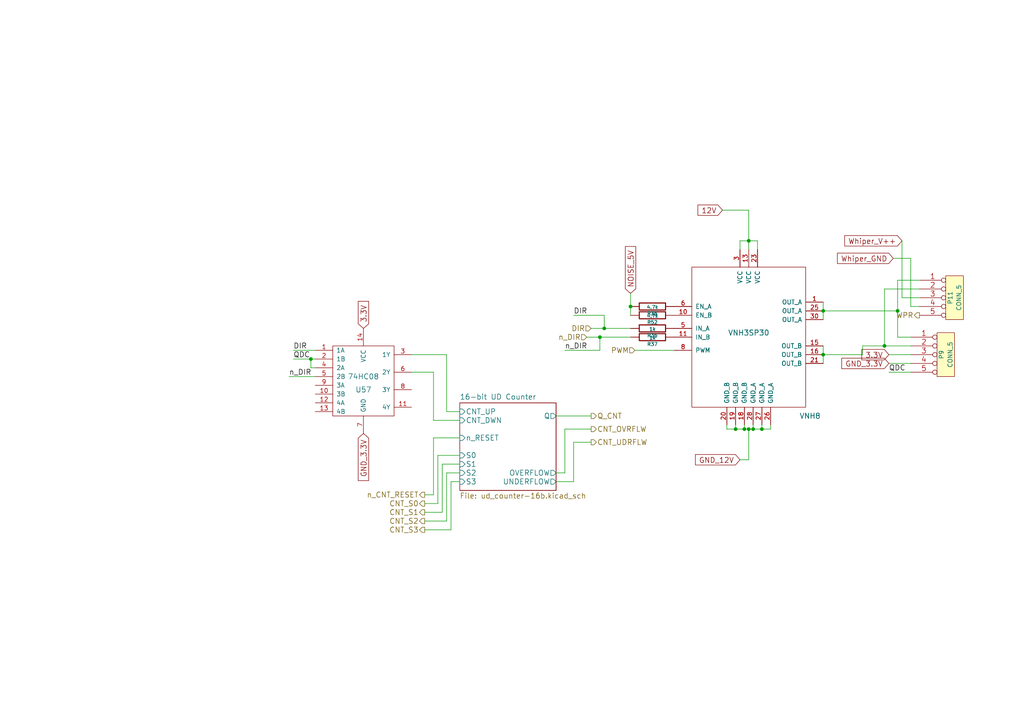
<source format=kicad_sch>
(kicad_sch (version 20230121) (generator eeschema)
  (paper "A4")
  (title_block (date "30 jan 2016"))
  (lib_symbols
    (symbol "arm_board-rescue:74HC08" (pin_names (offset 1.016))
      (property "Reference" "U" (at 0 -3.81 0))
      (property "Value" "74HC08" (at 0 0 0))
      (symbol "74HC08_0_1"
        (rectangle (start -8.89 8.89) (end 8.89 -11.43))
      )
      (symbol "74HC08_1_1"
        (pin input line (at -13.97 7.62 0) (length 5.08) (name "1A") (number "1"))
        (pin input line (at -13.97 -5.08 0) (length 5.08) (name "3B") (number "10"))
        (pin input line (at 13.97 -8.89 180) (length 5.08) (name "4Y") (number "11"))
        (pin input line (at -13.97 -7.62 0) (length 5.08) (name "4A") (number "12"))
        (pin input line (at -13.97 -10.16 0) (length 5.08) (name "4B") (number "13"))
        (pin input line (at 0 13.97 270) (length 5.08) (name "VCC") (number "14"))
        (pin input line (at -13.97 5.08 0) (length 5.08) (name "1B") (number "2"))
        (pin input line (at 13.97 6.35 180) (length 5.08) (name "1Y") (number "3"))
        (pin input line (at -13.97 2.54 0) (length 5.08) (name "2A") (number "4"))
        (pin input line (at -13.97 0 0) (length 5.08) (name "2B") (number "5"))
        (pin input line (at 13.97 1.27 180) (length 5.08) (name "2Y") (number "6"))
        (pin input line (at 0 -16.51 90) (length 5.08) (name "GND") (number "7"))
        (pin input line (at 13.97 -3.81 180) (length 5.08) (name "3Y") (number "8"))
        (pin input line (at -13.97 -2.54 0) (length 5.08) (name "3A") (number "9"))
      )
    )
    (symbol "arm_board-rescue:CONN_5" (pin_names (offset 1.016))
      (property "Reference" "P" (at -1.27 0 90))
      (property "Value" "CONN_5" (at 1.27 0 90))
      (symbol "CONN_5_0_1"
        (rectangle (start -2.54 6.35) (end 2.54 -6.35) (fill (type background)))
      )
      (symbol "CONN_5_1_1"
        (pin passive inverted (at -10.16 5.08 0) (length 7.62) (name "~") (number "1"))
        (pin passive inverted (at -10.16 2.54 0) (length 7.62) (name "~") (number "2"))
        (pin passive inverted (at -10.16 0 0) (length 7.62) (name "~") (number "3"))
        (pin passive inverted (at -10.16 -2.54 0) (length 7.62) (name "~") (number "4"))
        (pin passive inverted (at -10.16 -5.08 0) (length 7.62) (name "~") (number "5"))
      )
    )
    (symbol "arm_board-rescue:R" (pin_numbers hide) (pin_names (offset 0))
      (property "Reference" "R" (at 2.032 0 90))
      (property "Value" "R" (at 0.1778 0.0254 90))
      (symbol "R_0_1"
        (rectangle (start -1.016 3.81) (end 1.016 -3.81) (stroke (width 0.3048)))
      )
      (symbol "R_1_1"
        (pin passive line (at 0 6.35 270) (length 2.54) (name "~") (number "1"))
        (pin passive line (at 0 -6.35 90) (length 2.54) (name "~") (number "2"))
      )
    )
    (symbol "arm_board-rescue:VNH3SP30" (pin_names (offset 1.016))
      (property "Reference" "VNH" (at 17.78 -24.13 0))
      (property "Value" "VNH3SP30" (at 0 0 0))
      (symbol "VNH3SP30_0_1"
        (rectangle (start -16.51 19.05) (end 16.51 -21.59))
      )
      (symbol "VNH3SP30_1_1"
        (pin output line (at 21.59 8.89 180) (length 5.08) (name "OUT_A") (number "1"))
        (pin input line (at -21.59 5.08 0) (length 5.08) (name "EN_B") (number "10"))
        (pin input line (at -21.59 -1.27 0) (length 5.08) (name "IN_B") (number "11"))
        (pin input line (at 0 24.13 270) (length 5.08) (name "VCC") (number "13"))
        (pin output line (at 21.59 -3.81 180) (length 5.08) (name "OUT_B") (number "15"))
        (pin output line (at 21.59 -6.35 180) (length 5.08) (name "OUT_B") (number "16"))
        (pin input line (at -1.27 -26.67 90) (length 5.08) (name "GND_B") (number "18"))
        (pin input line (at -3.81 -26.67 90) (length 5.08) (name "GND_B") (number "19"))
        (pin input line (at -6.35 -26.67 90) (length 5.08) (name "GND_B") (number "20"))
        (pin output line (at 21.59 -8.89 180) (length 5.08) (name "OUT_B") (number "21"))
        (pin input line (at 2.54 24.13 270) (length 5.08) (name "VCC") (number "23"))
        (pin output line (at 21.59 6.35 180) (length 5.08) (name "OUT_A") (number "25"))
        (pin input line (at 6.35 -26.67 90) (length 5.08) (name "GND_A") (number "26"))
        (pin input line (at 3.81 -26.67 90) (length 5.08) (name "GND_A") (number "27"))
        (pin input line (at 1.27 -26.67 90) (length 5.08) (name "GND_A") (number "28"))
        (pin input line (at -2.54 24.13 270) (length 5.08) (name "VCC") (number "3"))
        (pin output line (at 21.59 3.81 180) (length 5.08) (name "OUT_A") (number "30"))
        (pin input line (at -21.59 1.27 0) (length 5.08) (name "IN_A") (number "5"))
        (pin input line (at -21.59 7.62 0) (length 5.08) (name "EN_A") (number "6"))
        (pin input line (at -21.59 -5.08 0) (length 5.08) (name "PWM") (number "8"))
      )
    )
  )
  (junction (at 90.17 104.14))
  (junction (at 175.26 95.25))
  (junction (at 260.35 90.17))
  (junction (at 182.88 88.9))
  (junction (at 238.76 102.87))
  (junction (at 213.36 124.46))
  (junction (at 218.44 124.46))
  (junction (at 215.9 124.46))
  (junction (at 173.99 97.79))
  (junction (at 238.76 90.17))
  (junction (at 217.17 69.85))
  (junction (at 256.54 100.33))
  (junction (at 220.98 124.46))
  (junction (at 217.17 124.46))
  (wire (pts (xy 264.16 74.93) (xy 264.16 88.9)))
  (wire (pts (xy 260.35 81.28) (xy 260.35 90.17)))
  (wire (pts (xy 123.19 143.51) (xy 125.73 143.51)))
  (wire (pts (xy 182.88 88.9) (xy 182.88 91.44)))
  (wire (pts (xy 127 132.08) (xy 133.35 132.08)))
  (wire (pts (xy 209.55 60.96) (xy 217.17 60.96)))
  (wire (pts (xy 217.17 69.85) (xy 217.17 72.39)))
  (wire (pts (xy 163.83 101.6) (xy 173.99 101.6)))
  (wire (pts (xy 166.37 91.44) (xy 175.26 91.44)))
  (wire (pts (xy 127 146.05) (xy 127 132.08)))
  (wire (pts (xy 128.27 134.62) (xy 128.27 148.59)))
  (wire (pts (xy 123.19 153.67) (xy 130.81 153.67)))
  (wire (pts (xy 217.17 60.96) (xy 217.17 69.85)))
  (wire (pts (xy 257.81 107.95) (xy 264.16 107.95)))
  (wire (pts (xy 130.81 139.7) (xy 133.35 139.7)))
  (wire (pts (xy 218.44 124.46) (xy 220.98 124.46)))
  (wire (pts (xy 161.29 139.7) (xy 166.37 139.7)))
  (wire (pts (xy 133.35 134.62) (xy 128.27 134.62)))
  (wire (pts (xy 217.17 133.35) (xy 217.17 124.46)))
  (wire (pts (xy 256.54 83.82) (xy 266.7 83.82)))
  (wire (pts (xy 83.82 109.22) (xy 91.44 109.22)))
  (wire (pts (xy 125.73 127) (xy 133.35 127)))
  (wire (pts (xy 128.27 148.59) (xy 123.19 148.59)))
  (wire (pts (xy 133.35 137.16) (xy 129.54 137.16)))
  (wire (pts (xy 123.19 146.05) (xy 127 146.05)))
  (wire (pts (xy 125.73 107.95) (xy 125.73 121.92)))
  (wire (pts (xy 173.99 97.79) (xy 182.88 97.79)))
  (wire (pts (xy 173.99 101.6) (xy 173.99 97.79)))
  (wire (pts (xy 129.54 151.13) (xy 123.19 151.13)))
  (wire (pts (xy 184.15 101.6) (xy 195.58 101.6)))
  (wire (pts (xy 213.36 124.46) (xy 215.9 124.46)))
  (wire (pts (xy 238.76 87.63) (xy 238.76 90.17)))
  (wire (pts (xy 210.82 124.46) (xy 213.36 124.46)))
  (wire (pts (xy 166.37 128.27) (xy 171.45 128.27)))
  (wire (pts (xy 220.98 124.46) (xy 223.52 124.46)))
  (wire (pts (xy 125.73 121.92) (xy 133.35 121.92)))
  (wire (pts (xy 119.38 102.87) (xy 129.54 102.87)))
  (wire (pts (xy 260.35 90.17) (xy 260.35 97.79)))
  (wire (pts (xy 256.54 100.33) (xy 264.16 100.33)))
  (wire (pts (xy 85.09 104.14) (xy 90.17 104.14)))
  (wire (pts (xy 250.19 102.87) (xy 250.19 100.33)))
  (wire (pts (xy 90.17 106.68) (xy 91.44 106.68)))
  (wire (pts (xy 161.29 120.65) (xy 171.45 120.65)))
  (wire (pts (xy 214.63 133.35) (xy 217.17 133.35)))
  (wire (pts (xy 238.76 90.17) (xy 260.35 90.17)))
  (wire (pts (xy 261.62 86.36) (xy 266.7 86.36)))
  (wire (pts (xy 163.83 137.16) (xy 163.83 124.46)))
  (wire (pts (xy 218.44 124.46) (xy 218.44 123.19)))
  (wire (pts (xy 219.71 69.85) (xy 219.71 72.39)))
  (wire (pts (xy 238.76 102.87) (xy 238.76 105.41)))
  (wire (pts (xy 214.63 69.85) (xy 217.17 69.85)))
  (wire (pts (xy 182.88 85.09) (xy 182.88 88.9)))
  (wire (pts (xy 129.54 102.87) (xy 129.54 119.38)))
  (wire (pts (xy 215.9 124.46) (xy 217.17 124.46)))
  (wire (pts (xy 163.83 124.46) (xy 171.45 124.46)))
  (wire (pts (xy 238.76 102.87) (xy 250.19 102.87)))
  (wire (pts (xy 220.98 123.19) (xy 220.98 124.46)))
  (wire (pts (xy 223.52 124.46) (xy 223.52 123.19)))
  (wire (pts (xy 210.82 123.19) (xy 210.82 124.46)))
  (wire (pts (xy 129.54 137.16) (xy 129.54 151.13)))
  (wire (pts (xy 175.26 95.25) (xy 182.88 95.25)))
  (wire (pts (xy 217.17 69.85) (xy 219.71 69.85)))
  (wire (pts (xy 125.73 143.51) (xy 125.73 127)))
  (wire (pts (xy 213.36 123.19) (xy 213.36 124.46)))
  (wire (pts (xy 250.19 100.33) (xy 256.54 100.33)))
  (wire (pts (xy 129.54 119.38) (xy 133.35 119.38)))
  (wire (pts (xy 214.63 72.39) (xy 214.63 69.85)))
  (wire (pts (xy 170.18 97.79) (xy 173.99 97.79)))
  (wire (pts (xy 257.81 105.41) (xy 264.16 105.41)))
  (wire (pts (xy 264.16 88.9) (xy 266.7 88.9)))
  (wire (pts (xy 166.37 139.7) (xy 166.37 128.27)))
  (wire (pts (xy 119.38 107.95) (xy 125.73 107.95)))
  (wire (pts (xy 215.9 123.19) (xy 215.9 124.46)))
  (wire (pts (xy 90.17 104.14) (xy 90.17 106.68)))
  (wire (pts (xy 260.35 81.28) (xy 266.7 81.28)))
  (wire (pts (xy 90.17 104.14) (xy 91.44 104.14)))
  (wire (pts (xy 217.17 124.46) (xy 218.44 124.46)))
  (wire (pts (xy 259.08 74.93) (xy 264.16 74.93)))
  (wire (pts (xy 161.29 137.16) (xy 163.83 137.16)))
  (wire (pts (xy 257.81 102.87) (xy 264.16 102.87)))
  (wire (pts (xy 260.35 97.79) (xy 264.16 97.79)))
  (wire (pts (xy 171.45 95.25) (xy 175.26 95.25)))
  (wire (pts (xy 238.76 100.33) (xy 238.76 102.87)))
  (wire (pts (xy 256.54 100.33) (xy 256.54 83.82)))
  (wire (pts (xy 238.76 90.17) (xy 238.76 92.71)))
  (wire (pts (xy 130.81 153.67) (xy 130.81 139.7)))
  (wire (pts (xy 175.26 91.44) (xy 175.26 95.25)))
  (wire (pts (xy 261.62 69.85) (xy 261.62 86.36)))
  (wire (pts (xy 85.09 101.6) (xy 91.44 101.6)))
  (label "n_DIR" (at 163.83 101.6 0) (effects (font (size 1.524 1.524))))
  (label "n_DIR" (at 83.82 109.22 0) (effects (font (size 1.524 1.524))))
  (label "QDC" (at 257.81 107.95 0) (effects (font (size 1.524 1.524))))
  (label "DIR" (at 85.09 101.6 0) (effects (font (size 1.524 1.524))))
  (label "DIR" (at 166.37 91.44 0) (effects (font (size 1.524 1.524))))
  (label "QDC" (at 85.09 104.14 0) (effects (font (size 1.524 1.524))))
  (global_label "Whiper_GND" (shape input) (at 259.08 74.93 180) (effects (font (size 1.524 1.524))) (property "Intersheetrefs" "${INTERSHEET_REFS}" (effects hide)))
  (global_label "Whiper_V++" (shape input) (at 261.62 69.85 180) (effects (font (size 1.524 1.524))) (property "Intersheetrefs" "${INTERSHEET_REFS}" (effects hide)))
  (global_label "3.3V" (shape input) (at 105.41 95.25 90) (effects (font (size 1.524 1.524))) (property "Intersheetrefs" "${INTERSHEET_REFS}" (effects hide)))
  (global_label "12V" (shape input) (at 209.55 60.96 180) (effects (font (size 1.524 1.524))) (property "Intersheetrefs" "${INTERSHEET_REFS}" (effects hide)))
  (global_label "GND_3.3V" (shape input) (at 105.41 125.73 270) (effects (font (size 1.524 1.524))) (property "Intersheetrefs" "${INTERSHEET_REFS}" (effects hide)))
  (global_label "NOISE_5V" (shape input) (at 182.88 85.09 90) (effects (font (size 1.524 1.524))) (property "Intersheetrefs" "${INTERSHEET_REFS}" (effects hide)))
  (global_label "3.3V" (shape input) (at 257.81 102.87 180) (effects (font (size 1.524 1.524))) (property "Intersheetrefs" "${INTERSHEET_REFS}" (effects hide)))
  (global_label "GND_3.3V" (shape input) (at 257.81 105.41 180) (effects (font (size 1.524 1.524))) (property "Intersheetrefs" "${INTERSHEET_REFS}" (effects hide)))
  (global_label "GND_12V" (shape input) (at 214.63 133.35 180) (effects (font (size 1.524 1.524))) (property "Intersheetrefs" "${INTERSHEET_REFS}" (effects hide)))
  (hierarchical_label "CNT_S3" (shape output) (at 123.19 153.67 180) (effects (font (size 1.524 1.524))))
  (hierarchical_label "CNT_S2" (shape output) (at 123.19 151.13 180) (effects (font (size 1.524 1.524))))
  (hierarchical_label "CNT_UDRFLW" (shape output) (at 171.45 128.27 0) (effects (font (size 1.524 1.524))))
  (hierarchical_label "n_DIR" (shape input) (at 170.18 97.79 180) (effects (font (size 1.524 1.524))))
  (hierarchical_label "CNT_S1" (shape output) (at 123.19 148.59 180) (effects (font (size 1.524 1.524))))
  (hierarchical_label "WPR" (shape output) (at 266.7 91.44 180) (effects (font (size 1.524 1.524))))
  (hierarchical_label "CNT_OVRFLW" (shape output) (at 171.45 124.46 0) (effects (font (size 1.524 1.524))))
  (hierarchical_label "Q_CNT" (shape output) (at 171.45 120.65 0) (effects (font (size 1.524 1.524))))
  (hierarchical_label "n_CNT_RESET" (shape output) (at 123.19 143.51 180) (effects (font (size 1.524 1.524))))
  (hierarchical_label "DIR" (shape input) (at 171.45 95.25 180) (effects (font (size 1.524 1.524))))
  (hierarchical_label "PWM" (shape input) (at 184.15 101.6 180) (effects (font (size 1.524 1.524))))
  (hierarchical_label "CNT_S0" (shape output) (at 123.19 146.05 180) (effects (font (size 1.524 1.524))))
  (symbol (lib_id "arm_board-rescue:VNH3SP30") (at 217.17 96.52 0) (unit 1)
    (property "Reference" "VNH8" (at 234.95 120.65 0) (effects (font (size 1.524 1.524))))
    (property "Value" "VNH3SP30" (at 217.17 96.52 0) (effects (font (size 1.524 1.524))))
    (property "Footprint" "ArmFootprints:VNH3SP30TR-E" (effects hide))
  )
  (symbol (lib_id "arm_board-rescue:R") (at 189.23 95.25 270) (unit 1)
    (property "Reference" "R36" (at 189.23 97.282 90) (effects (font (size 1.016 1.016))))
    (property "Value" "1k" (at 189.2554 95.4278 90) (effects (font (size 1.016 1.016))))
    (property "Footprint" "Resistors_SMD:R_0805" (effects hide))
  )
  (symbol (lib_id "arm_board-rescue:R") (at 189.23 97.79 270) (unit 1)
    (property "Reference" "R37" (at 189.23 99.822 90) (effects (font (size 1.016 1.016))))
    (property "Value" "1k" (at 189.2554 97.9678 90) (effects (font (size 1.016 1.016))))
    (property "Footprint" "Resistors_SMD:R_0805" (effects hide))
  )
  (symbol (lib_id "arm_board-rescue:R") (at 189.23 88.9 270) (unit 1)
    (property "Reference" "R35" (at 189.23 90.932 90) (effects (font (size 1.016 1.016))))
    (property "Value" "4.7k" (at 189.2554 89.0778 90) (effects (font (size 1.016 1.016))))
    (property "Footprint" "Resistors_SMD:R_0805" (effects hide))
  )
  (symbol (lib_id "arm_board-rescue:74HC08") (at 105.41 109.22 0) (unit 1)
    (property "Reference" "U57" (at 105.41 113.03 0) (effects (font (size 1.524 1.524))))
    (property "Value" "74HC08" (at 105.41 109.22 0) (effects (font (size 1.524 1.524))))
    (property "Footprint" "ArmFootprints:SOIC-14" (effects hide))
  )
  (symbol (lib_id "arm_board-rescue:R") (at 189.23 91.44 270) (unit 1)
    (property "Reference" "R52" (at 189.23 93.472 90) (effects (font (size 1.016 1.016))))
    (property "Value" "4.7k" (at 189.2554 91.6178 90) (effects (font (size 1.016 1.016))))
    (property "Footprint" "Resistors_SMD:R_0805" (effects hide))
  )
  (symbol (lib_id "arm_board-rescue:CONN_5") (at 274.32 102.87 0) (unit 1)
    (property "Reference" "P9" (at 273.05 102.87 90))
    (property "Value" "CONN_5" (at 275.59 102.87 90))
    (property "Footprint" "ArmFootprints:5-pin_640467-1" (effects hide))
  )
  (symbol (lib_id "arm_board-rescue:CONN_5") (at 276.86 86.36 0) (unit 1)
    (property "Reference" "P11" (at 275.59 86.36 90))
    (property "Value" "CONN_5" (at 278.13 86.36 90))
    (property "Footprint" "ArmFootprints:5-pin_640467-1" (effects hide))
  )
  (sheet (at 133.35 116.84) (size 27.94 25.4)
    (property "Sheetname" "16-bit UD Counter" (at 133.35 116.0014 0) (effects (font (size 1.524 1.524)) (justify left bottom)))
    (property "Sheetfile" "ud_counter-16b.kicad_sch" (at 133.35 142.9262 0) (effects (font (size 1.524 1.524)) (justify left top)))
    (pin "OVERFLOW" output (at 161.29 137.16 0) (effects (font (size 1.524 1.524))))
    (pin "UNDERFLOW" output (at 161.29 139.7 0) (effects (font (size 1.524 1.524))))
    (pin "Q" output (at 161.29 120.65 0) (effects (font (size 1.524 1.524))))
    (pin "CNT_UP" input (at 133.35 119.38 180) (effects (font (size 1.524 1.524))))
    (pin "CNT_DWN" input (at 133.35 121.92 180) (effects (font (size 1.524 1.524))))
    (pin "S0" input (at 133.35 132.08 180) (effects (font (size 1.524 1.524))))
    (pin "S1" input (at 133.35 134.62 180) (effects (font (size 1.524 1.524))))
    (pin "S2" input (at 133.35 137.16 180) (effects (font (size 1.524 1.524))))
    (pin "S3" input (at 133.35 139.7 180) (effects (font (size 1.524 1.524))))
    (pin "n_RESET" input (at 133.35 127 180) (effects (font (size 1.524 1.524))))
  )
)
</source>
